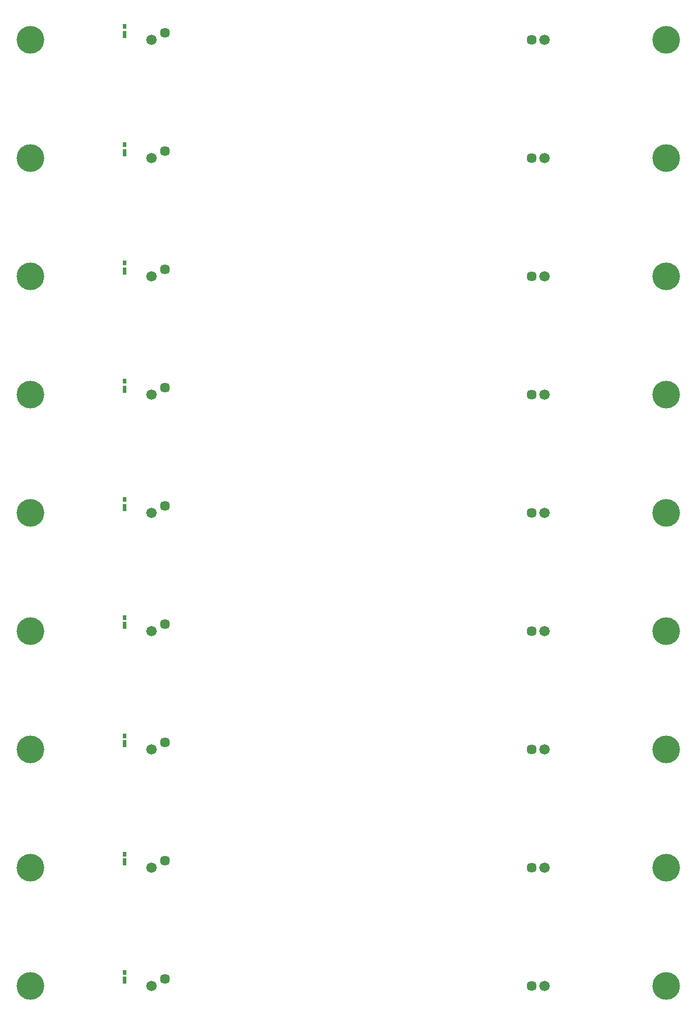
<source format=gbr>
%TF.GenerationSoftware,Altium Limited,Altium Designer,22.11.1 (43)*%
G04 Layer_Color=255*
%FSLAX45Y45*%
%MOMM*%
%TF.SameCoordinates,189E8146-0809-41ED-80BF-86DDFA5291D0*%
%TF.FilePolarity,Positive*%
%TF.FileFunction,Pads,Bot*%
%TF.Part,Single*%
G01*
G75*
%TA.AperFunction,ComponentPad*%
%ADD17C,1.45000*%
%ADD18C,1.50800*%
%TA.AperFunction,ViaPad*%
%ADD19C,4.00000*%
%TA.AperFunction,SMDPad,CuDef*%
%ADD23R,0.50000X1.05000*%
%ADD24R,0.50000X0.70000*%
D17*
X7630003Y14180002D02*
D03*
X2321001Y14280002D02*
D03*
Y12569998D02*
D03*
X7630003Y12469998D02*
D03*
X2321001Y10859999D02*
D03*
X7630003Y10759999D02*
D03*
X2321001Y9149999D02*
D03*
X7630003Y9050000D02*
D03*
X2321001Y7440000D02*
D03*
X7630003Y7340001D02*
D03*
X2321001Y5730001D02*
D03*
X7630003Y5630001D02*
D03*
X2321001Y4020002D02*
D03*
X7630003Y3920002D02*
D03*
X2321001Y2309998D02*
D03*
X7630003Y2209998D02*
D03*
Y499999D02*
D03*
X2321001Y599999D02*
D03*
D18*
X7820000Y14180002D02*
D03*
X2129998D02*
D03*
Y12469998D02*
D03*
X7820000D02*
D03*
X2129998Y10759999D02*
D03*
X7820000D02*
D03*
X2129998Y9050000D02*
D03*
X7820000D02*
D03*
X2129998Y7340001D02*
D03*
X7820000D02*
D03*
X2129998Y5630001D02*
D03*
X7820000D02*
D03*
X2129998Y3920002D02*
D03*
X7820000D02*
D03*
X2129998Y2209998D02*
D03*
X7820000D02*
D03*
Y499999D02*
D03*
X2129998D02*
D03*
D19*
X375001D02*
D03*
Y2209998D02*
D03*
Y3920002D02*
D03*
Y5630001D02*
D03*
Y7340001D02*
D03*
Y9050000D02*
D03*
Y10759999D02*
D03*
Y12469998D02*
D03*
Y14180002D02*
D03*
X9575002Y2209998D02*
D03*
Y3920002D02*
D03*
Y5630001D02*
D03*
Y7340001D02*
D03*
Y9050000D02*
D03*
Y10759999D02*
D03*
Y12469998D02*
D03*
Y14180002D02*
D03*
Y499999D02*
D03*
D23*
X1734998Y12549002D02*
D03*
Y578998D02*
D03*
Y2289002D02*
D03*
Y3999001D02*
D03*
Y5709001D02*
D03*
Y7419000D02*
D03*
Y9128999D02*
D03*
Y10838998D02*
D03*
Y14259001D02*
D03*
D24*
Y12660498D02*
D03*
Y690499D02*
D03*
Y2400498D02*
D03*
Y4110502D02*
D03*
Y5820501D02*
D03*
Y7530501D02*
D03*
Y9240500D02*
D03*
Y10950499D02*
D03*
Y14370502D02*
D03*
%TF.MD5,746b3db9d544ef07d5b9b964577055f5*%
M02*

</source>
